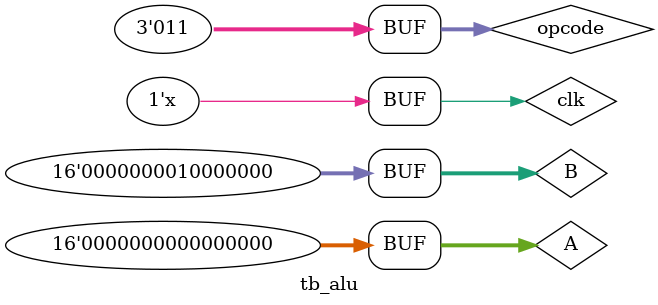
<source format=v>
`include "define.v"

module tb_alu();

reg [15:0] A, B;
reg [2:0] opcode;
reg [3:0] imm;
reg clk;

wire [15:0] out;
wire [2:0] flag;

alu uut_alu(.Data1(A), .Data2(B), .op(opcode), .imm(imm), .Out(out), .flag(flag));

always #5 clk = ~clk;

initial begin

clk = 0;


#10
$display("testing flag[2] Z");
opcode = 3'b000;
A = 16'd3;
B = 16'b1111_1111_1111_1101; // -3

#10
if (flag[2] == 1'b0 && out == 3'd0)
  $display("ADD to 0, correct");
else
  $display("ADD to 0, wrong");

opcode = 3'b001;
A = 16'b1111_1111_1111_1101;
B = 16'b1111_1111_1111_1101;

#10
if (flag[2] == 1'b0 && out == 16'd0)
  $display("SUB to 0, correct");
else
  $display("SUB to 0, wrong");

opcode = 3'b0010;
A = 16'b1010_1111_0000_0101;
B = 16'b0101_0000_1111_1010;

#10
if (flag[2] == 1'b0 && out == 16'd0)
  $display("AND to 0, correct");
else
  $display("AND to 0, wrong");
  
opcode = 3'b0011;
A = 16'b0000_0000_0000_0000;
B = 16'b0000_0000_1000_0000;

#10
if (flag[2] != 1'b0 && out != 16'd0)
  $display("OR to 0, correct");
else
  $display("OR to 0, wrong");

  
//
// not complete
//


end
endmodule

</source>
